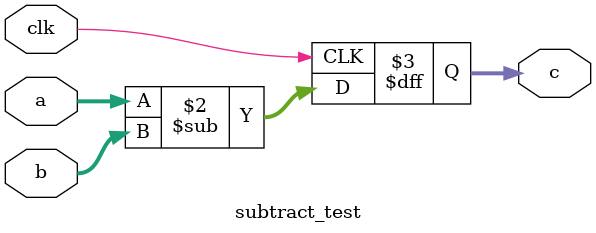
<source format=sv>
module subtract_test (
    input clk,
    input signed [7:0] a,
    input signed [7:0] b,
    output reg [7:0] c);

    always @(posedge clk)
          c <= a - b;

endmodule

</source>
